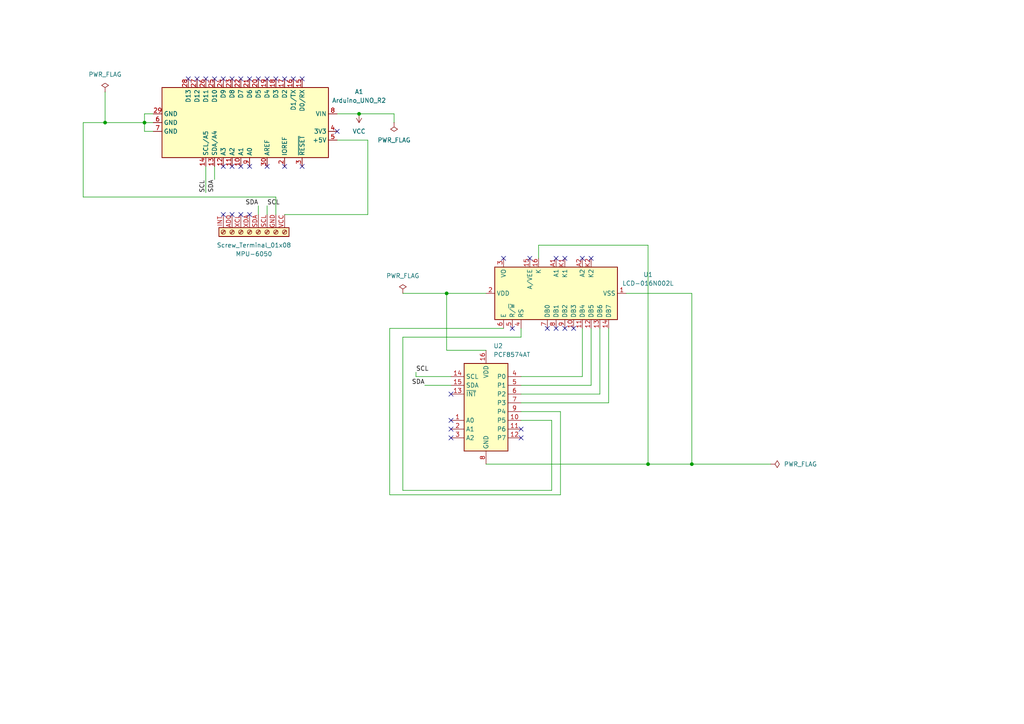
<source format=kicad_sch>
(kicad_sch (version 20250114) (generator "eeschema") (generator_version "9.0")
  (paper "A4")
  (lib_symbols
    (symbol "Connector:Screw_Terminal_01x08" (pin_names (offset 1.016) (hide yes))
      (property "Reference" "J1" (at 3.81 -1.27 90))
      (property "Value" "MPU-6050" (at 6.35 -1.27 90))
      (symbol "Screw_Terminal_01x08_1_1"
        (rectangle (start -1.27 8.89) (end 1.27 -11.43) (stroke (width 0.254)) (fill (type background)))
        (polyline (pts (xy -0.5334 7.9502) (xy 0.3302 7.112)) (stroke (width 0.1524)))
        (polyline (pts (xy -0.5334 5.4102) (xy 0.3302 4.572)) (stroke (width 0.1524)))
        (polyline (pts (xy -0.5334 2.8702) (xy 0.3302 2.032)) (stroke (width 0.1524)))
        (polyline (pts (xy -0.5334 0.3302) (xy 0.3302 -0.508)) (stroke (width 0.1524)))
        (polyline (pts (xy -0.5334 -2.2098) (xy 0.3302 -3.048)) (stroke (width 0.1524)))
        (polyline (pts (xy -0.5334 -4.7498) (xy 0.3302 -5.588)) (stroke (width 0.1524)))
        (polyline (pts (xy -0.5334 -7.2898) (xy 0.3302 -8.128)) (stroke (width 0.1524)))
        (polyline (pts (xy -0.5334 -9.8298) (xy 0.3302 -10.668)) (stroke (width 0.1524)))
        (polyline (pts (xy -0.3556 8.128) (xy 0.508 7.2898)) (stroke (width 0.1524)))
        (polyline (pts (xy -0.3556 5.588) (xy 0.508 4.7498)) (stroke (width 0.1524)))
        (polyline (pts (xy -0.3556 3.048) (xy 0.508 2.2098)) (stroke (width 0.1524)))
        (polyline (pts (xy -0.3556 0.508) (xy 0.508 -0.3302)) (stroke (width 0.1524)))
        (polyline (pts (xy -0.3556 -2.032) (xy 0.508 -2.8702)) (stroke (width 0.1524)))
        (polyline (pts (xy -0.3556 -4.572) (xy 0.508 -5.4102)) (stroke (width 0.1524)))
        (polyline (pts (xy -0.3556 -7.112) (xy 0.508 -7.9502)) (stroke (width 0.1524)))
        (polyline (pts (xy -0.3556 -9.652) (xy 0.508 -10.4902)) (stroke (width 0.1524)))
        (circle (center 0 7.62) (radius 0.635) (stroke (width 0.1524)))
        (circle (center 0 5.08) (radius 0.635) (stroke (width 0.1524)))
        (circle (center 0 2.54) (radius 0.635) (stroke (width 0.1524)))
        (circle (center 0 0) (radius 0.635) (stroke (width 0.1524)))
        (circle (center 0 -2.54) (radius 0.635) (stroke (width 0.1524)))
        (circle (center 0 -5.08) (radius 0.635) (stroke (width 0.1524)))
        (circle (center 0 -7.62) (radius 0.635) (stroke (width 0.1524)))
        (circle (center 0 -10.16) (radius 0.635) (stroke (width 0.1524)))
        (pin passive line (at -5.08 7.62 0) (length 3.81) (name "Pin_1") (number "VCC"))
        (pin passive line (at -5.08 5.08 0) (length 3.81) (name "Pin_2") (number "GND"))
        (pin passive line (at -5.08 2.54 0) (length 3.81) (name "Pin_3") (number "SCL"))
        (pin passive line (at -5.08 0 0) (length 3.81) (name "Pin_4") (number "SDA"))
        (pin passive line (at -5.08 -2.54 0) (length 3.81) (name "Pin_5") (number "XDA"))
        (pin passive line (at -5.08 -5.08 0) (length 3.81) (name "Pin_6") (number "XCL"))
        (pin passive line (at -5.08 -7.62 0) (length 3.81) (name "Pin_7") (number "AD0"))
        (pin passive line (at -5.08 -10.16 0) (length 3.81) (name "Pin_8") (number "INT"))
      )
    )
    (symbol "Display_Character:LCD-016N002L"
      (property "Reference" "U" (at -6.35 18.796 0))
      (property "Value" "LCD-016N002L" (at 8.636 18.796 0))
      (symbol "LCD-016N002L_1_1"
        (rectangle (start -7.62 17.78) (end 7.62 -17.78) (stroke (width 0.254)) (fill (type background)))
        (pin input line (at -10.16 15.24 0) (length 2.54) (name "E") (number "6"))
        (pin input line (at -10.16 12.7 0) (length 2.54) (name "R/~{W}") (number "5"))
        (pin input line (at -10.16 10.16 0) (length 2.54) (name "RS") (number "4"))
        (pin bidirectional line (at -10.16 2.54 0) (length 2.54) (name "DB0") (number "7"))
        (pin bidirectional line (at -10.16 0 0) (length 2.54) (name "DB1") (number "8"))
        (pin bidirectional line (at -10.16 -2.54 0) (length 2.54) (name "DB2") (number "9"))
        (pin bidirectional line (at -10.16 -5.08 0) (length 2.54) (name "DB3") (number "10"))
        (pin bidirectional line (at -10.16 -7.62 0) (length 2.54) (name "DB4") (number "11"))
        (pin bidirectional line (at -10.16 -10.16 0) (length 2.54) (name "DB5") (number "12"))
        (pin bidirectional line (at -10.16 -12.7 0) (length 2.54) (name "DB6") (number "13"))
        (pin bidirectional line (at -10.16 -15.24 0) (length 2.54) (name "DB7") (number "14"))
        (pin power_in line (at 0 20.32 270) (length 2.54) (name "VDD") (number "2"))
        (pin power_in line (at 0 -20.32 90) (length 2.54) (name "VSS") (number "1"))
        (pin input line (at 10.16 15.24 180) (length 2.54) (name "VO") (number "3"))
        (pin power_in line (at 10.16 7.62 180) (length 2.54) (name "A/VEE") (number "15"))
        (pin power_in line (at 10.16 5.08 180) (length 2.54) (name "K") (number "16"))
        (pin power_in line (at 10.16 0 180) (length 2.54) (name "A1") (number "A1"))
        (pin power_in line (at 10.16 -2.54 180) (length 2.54) (name "K1") (number "K1"))
        (pin power_in line (at 10.16 -7.62 180) (length 2.54) (name "A2") (number "A2"))
        (pin power_in line (at 10.16 -10.16 180) (length 2.54) (name "K2") (number "K2"))
      )
    )
    (symbol "Interface_Expansion:PCF8574AT"
      (property "Reference" "U" (at -6.35 12.954 0))
      (property "Value" "PCF8574AT" (at 3.048 12.954 0))
      (symbol "PCF8574AT_0_1"
        (rectangle (start -6.35 -13.97) (end 6.35 11.43) (stroke (width 0.254)) (fill (type background)))
      )
      (symbol "PCF8574AT_1_1"
        (pin input line (at -10.16 7.62 0) (length 3.81) (name "SCL") (number "14"))
        (pin bidirectional line (at -10.16 5.08 0) (length 3.81) (name "SDA") (number "15"))
        (pin open_collector line (at -10.16 2.54 0) (length 3.81) (name "~{INT}") (number "13"))
        (pin input line (at -10.16 -5.08 0) (length 3.81) (name "A0") (number "1"))
        (pin input line (at -10.16 -7.62 0) (length 3.81) (name "A1") (number "2"))
        (pin input line (at -10.16 -10.16 0) (length 3.81) (name "A2") (number "3"))
        (pin power_in line (at 0 15.24 270) (length 3.81) (name "VDD") (number "16"))
        (pin power_in line (at 0 -17.78 90) (length 3.81) (name "GND") (number "8"))
        (pin bidirectional line (at 10.16 7.62 180) (length 3.81) (name "P0") (number "4"))
        (pin bidirectional line (at 10.16 5.08 180) (length 3.81) (name "P1") (number "5"))
        (pin bidirectional line (at 10.16 2.54 180) (length 3.81) (name "P2") (number "6"))
        (pin bidirectional line (at 10.16 0 180) (length 3.81) (name "P3") (number "7"))
        (pin bidirectional line (at 10.16 -2.54 180) (length 3.81) (name "P4") (number "9"))
        (pin bidirectional line (at 10.16 -5.08 180) (length 3.81) (name "P5") (number "10"))
        (pin bidirectional line (at 10.16 -7.62 180) (length 3.81) (name "P6") (number "11"))
        (pin bidirectional line (at 10.16 -10.16 180) (length 3.81) (name "P7") (number "12"))
      )
    )
    (symbol "MCU_Module:Arduino_UNO_R2"
      (property "Reference" "A" (at -10.16 23.495 0))
      (property "Value" "Arduino_UNO_R2" (at 5.08 -26.67 0))
      (symbol "Arduino_UNO_R2_0_1"
        (rectangle (start -10.16 22.86) (end 10.16 -25.4) (stroke (width 0.254)) (fill (type background)))
      )
      (symbol "Arduino_UNO_R2_1_1"
        (pin bidirectional line (at -12.7 15.24 0) (length 2.54) (name "D0/RX") (number "15"))
        (pin bidirectional line (at -12.7 12.7 0) (length 2.54) (name "D1/TX") (number "16"))
        (pin bidirectional line (at -12.7 10.16 0) (length 2.54) (name "D2") (number "17"))
        (pin bidirectional line (at -12.7 7.62 0) (length 2.54) (name "D3") (number "18"))
        (pin bidirectional line (at -12.7 5.08 0) (length 2.54) (name "D4") (number "19"))
        (pin bidirectional line (at -12.7 2.54 0) (length 2.54) (name "D5") (number "20"))
        (pin bidirectional line (at -12.7 0 0) (length 2.54) (name "D6") (number "21"))
        (pin bidirectional line (at -12.7 -2.54 0) (length 2.54) (name "D7") (number "22"))
        (pin bidirectional line (at -12.7 -5.08 0) (length 2.54) (name "D8") (number "23"))
        (pin bidirectional line (at -12.7 -7.62 0) (length 2.54) (name "D9") (number "24"))
        (pin bidirectional line (at -12.7 -10.16 0) (length 2.54) (name "D10") (number "25"))
        (pin bidirectional line (at -12.7 -12.7 0) (length 2.54) (name "D11") (number "26"))
        (pin bidirectional line (at -12.7 -15.24 0) (length 2.54) (name "D12") (number "27"))
        (pin bidirectional line (at -12.7 -17.78 0) (length 2.54) (name "D13") (number "28"))
        (pin no_connect line (at -10.16 -20.32 0) (length 2.54) (hide yes) (name "NC") (number "1"))
        (pin power_in line (at -2.54 25.4 270) (length 2.54) (name "VIN") (number "8"))
        (pin power_in line (at -2.54 -27.94 90) (length 2.54) (name "GND") (number "29"))
        (pin power_in line (at 0 -27.94 90) (length 2.54) (name "GND") (number "6"))
        (pin power_out line (at 2.54 25.4 270) (length 2.54) (name "3V3") (number "4"))
        (pin power_in line (at 2.54 -27.94 90) (length 2.54) (name "GND") (number "7"))
        (pin power_out line (at 5.08 25.4 270) (length 2.54) (name "+5V") (number "5"))
        (pin input line (at 12.7 15.24 180) (length 2.54) (name "~{RESET}") (number "3"))
        (pin output line (at 12.7 10.16 180) (length 2.54) (name "IOREF") (number "2"))
        (pin input line (at 12.7 5.08 180) (length 2.54) (name "AREF") (number "30"))
        (pin bidirectional line (at 12.7 0 180) (length 2.54) (name "A0") (number "9"))
        (pin bidirectional line (at 12.7 -2.54 180) (length 2.54) (name "A1") (number "10"))
        (pin bidirectional line (at 12.7 -5.08 180) (length 2.54) (name "A2") (number "11"))
        (pin bidirectional line (at 12.7 -7.62 180) (length 2.54) (name "A3") (number "12"))
        (pin bidirectional line (at 12.7 -10.16 180) (length 2.54) (name "SDA/A4") (number "13"))
        (pin bidirectional line (at 12.7 -12.7 180) (length 2.54) (name "SCL/A5") (number "14"))
      )
    )
    (symbol "power:PWR_FLAG" (power) (pin_numbers (hide yes)) (pin_names (offset 0) (hide yes))
      (property "Value" "PWR_FLAG" (at 0 3.81 0))
      (symbol "PWR_FLAG_0_0"
        (pin power_out line (at 0 0 90) (length 0) (name "~") (number "1"))
      )
      (symbol "PWR_FLAG_0_1"
        (polyline (pts (xy 0 0) (xy 0 1.27) (xy -1.016 1.905) (xy 0 2.54) (xy 1.016 1.905) (xy 0 1.27)))
      )
    )
    (symbol "power:VCC" (power) (pin_numbers (hide yes)) (pin_names (offset 0) (hide yes))
      (property "Value" "VCC" (at 0 3.556 0))
      (symbol "VCC_0_1"
        (polyline (pts (xy -0.762 1.27) (xy 0 2.54)))
        (polyline (pts (xy 0 2.54) (xy 0.762 1.27)))
        (polyline (pts (xy 0 0) (xy 0 2.54)))
      )
      (symbol "VCC_1_1"
        (pin power_in line (at 0 0 90) (length 0) (name "~") (number "1"))
      )
    )
  )
  (junction (at 200.66 134.62))
  (junction (at 30.48 35.56))
  (junction (at 187.96 134.62))
  (junction (at 104.14 33.02))
  (junction (at 129.54 85.09))
  (junction (at 41.91 35.56))
  (no_connect (at 146.05 74.93))
  (no_connect (at 77.47 48.26))
  (no_connect (at 85.09 22.86))
  (no_connect (at 151.13 124.46))
  (no_connect (at 64.77 22.86))
  (no_connect (at 67.31 22.86))
  (no_connect (at 151.13 127))
  (no_connect (at 69.85 48.26))
  (no_connect (at 161.29 95.25))
  (no_connect (at 166.37 95.25))
  (no_connect (at 77.47 22.86))
  (no_connect (at 74.93 22.86))
  (no_connect (at 80.01 22.86))
  (no_connect (at 148.59 95.25))
  (no_connect (at 69.85 22.86))
  (no_connect (at 82.55 48.26))
  (no_connect (at 130.81 127))
  (no_connect (at 64.77 48.26))
  (no_connect (at 72.39 22.86))
  (no_connect (at 82.55 22.86))
  (no_connect (at 87.63 48.26))
  (no_connect (at 158.75 95.25))
  (no_connect (at 69.85 62.23))
  (no_connect (at 153.67 74.93))
  (no_connect (at 130.81 121.92))
  (no_connect (at 67.31 48.26))
  (no_connect (at 130.81 124.46))
  (no_connect (at 130.81 114.3))
  (no_connect (at 163.83 74.93))
  (no_connect (at 54.61 22.86))
  (no_connect (at 57.15 22.86))
  (no_connect (at 72.39 62.23))
  (no_connect (at 62.23 22.86))
  (no_connect (at 64.77 62.23))
  (no_connect (at 97.79 38.1))
  (no_connect (at 72.39 48.26))
  (no_connect (at 87.63 22.86))
  (no_connect (at 168.91 74.93))
  (no_connect (at 59.69 22.86))
  (no_connect (at 163.83 95.25))
  (no_connect (at 161.29 74.93))
  (no_connect (at 171.45 74.93))
  (no_connect (at 67.31 62.23))
  (wire (pts (xy 200.66 134.62) (xy 223.52 134.62)))
  (wire (pts (xy 41.91 35.56) (xy 30.48 35.56)))
  (wire (pts (xy 171.45 111.76) (xy 151.13 111.76)))
  (wire (pts (xy 41.91 38.1) (xy 41.91 35.56)))
  (wire (pts (xy 97.79 40.64) (xy 106.68 40.64)))
  (wire (pts (xy 106.68 62.23) (xy 82.55 62.23)))
  (wire (pts (xy 200.66 85.09) (xy 200.66 134.62)))
  (wire (pts (xy 80.01 57.15) (xy 80.01 62.23)))
  (wire (pts (xy 116.84 97.79) (xy 116.84 142.24)))
  (wire (pts (xy 173.99 114.3) (xy 151.13 114.3)))
  (wire (pts (xy 44.45 35.56) (xy 41.91 35.56)))
  (wire (pts (xy 130.81 109.22) (xy 120.65 109.22)))
  (wire (pts (xy 187.96 134.62) (xy 140.97 134.62)))
  (wire (pts (xy 62.23 48.26) (xy 62.23 52.07)))
  (wire (pts (xy 97.79 33.02) (xy 104.14 33.02)))
  (wire (pts (xy 123.19 111.76) (xy 130.81 111.76)))
  (wire (pts (xy 156.21 71.12) (xy 187.96 71.12)))
  (wire (pts (xy 181.61 85.09) (xy 200.66 85.09)))
  (wire (pts (xy 77.47 59.69) (xy 77.47 62.23)))
  (wire (pts (xy 113.03 143.51) (xy 162.56 143.51)))
  (wire (pts (xy 74.93 59.69) (xy 74.93 62.23)))
  (wire (pts (xy 173.99 95.25) (xy 173.99 114.3)))
  (wire (pts (xy 160.02 121.92) (xy 151.13 121.92)))
  (wire (pts (xy 151.13 97.79) (xy 116.84 97.79)))
  (wire (pts (xy 140.97 85.09) (xy 129.54 85.09)))
  (wire (pts (xy 176.53 95.25) (xy 176.53 116.84)))
  (wire (pts (xy 160.02 142.24) (xy 160.02 121.92)))
  (wire (pts (xy 114.3 33.02) (xy 104.14 33.02)))
  (wire (pts (xy 200.66 134.62) (xy 187.96 134.62)))
  (wire (pts (xy 44.45 38.1) (xy 41.91 38.1)))
  (wire (pts (xy 162.56 143.51) (xy 162.56 119.38)))
  (wire (pts (xy 151.13 109.22) (xy 168.91 109.22)))
  (wire (pts (xy 41.91 33.02) (xy 41.91 35.56)))
  (wire (pts (xy 24.13 57.15) (xy 80.01 57.15)))
  (wire (pts (xy 146.05 95.25) (xy 113.03 95.25)))
  (wire (pts (xy 116.84 85.09) (xy 129.54 85.09)))
  (wire (pts (xy 156.21 74.93) (xy 156.21 71.12)))
  (wire (pts (xy 187.96 71.12) (xy 187.96 134.62)))
  (wire (pts (xy 151.13 95.25) (xy 151.13 97.79)))
  (wire (pts (xy 24.13 35.56) (xy 24.13 57.15)))
  (wire (pts (xy 113.03 95.25) (xy 113.03 143.51)))
  (wire (pts (xy 176.53 116.84) (xy 151.13 116.84)))
  (wire (pts (xy 129.54 101.6) (xy 140.97 101.6)))
  (wire (pts (xy 106.68 40.64) (xy 106.68 62.23)))
  (wire (pts (xy 114.3 35.56) (xy 114.3 33.02)))
  (wire (pts (xy 59.69 55.88) (xy 59.69 48.26)))
  (wire (pts (xy 30.48 26.67) (xy 30.48 35.56)))
  (wire (pts (xy 162.56 119.38) (xy 151.13 119.38)))
  (wire (pts (xy 116.84 142.24) (xy 160.02 142.24)))
  (wire (pts (xy 30.48 35.56) (xy 24.13 35.56)))
  (wire (pts (xy 168.91 109.22) (xy 168.91 95.25)))
  (wire (pts (xy 44.45 33.02) (xy 41.91 33.02)))
  (wire (pts (xy 129.54 85.09) (xy 129.54 101.6)))
  (wire (pts (xy 171.45 95.25) (xy 171.45 111.76)))
  (wire (pts (xy 120.65 109.22) (xy 120.65 107.95)))
  (label "SDA" (at 62.23 52.07 270))
  (label "SDA" (at 74.93 59.69 180))
  (label "SCL" (at 77.47 59.69 0))
  (label "SDA" (at 123.19 111.76 180))
  (label "SCL" (at 59.69 55.88 90))
  (label "SCL" (at 120.65 107.95 0))
  (symbol (lib_id "power:VCC") (at 104.14 33.02 180) (unit 1)
    (property "Reference" "#PWR01" (effects (hide yes)))
    (property "Value" "VCC" (at 104.14 38.1 0))
    (property "Description" "Power symbol creates a global label with name \"VCC\"" (effects (hide yes)))
  )
  (symbol (lib_id "power:PWR_FLAG") (at 30.48 26.67 0) (unit 1)
    (property "Reference" "#FLG01" (effects (hide yes)))
    (property "Value" "PWR_FLAG" (at 30.48 21.59 0))
    (property "Description" "Special symbol for telling ERC where power comes from" (effects (hide yes)))
  )
  (symbol (lib_id "power:PWR_FLAG") (at 114.3 35.56 180) (unit 1)
    (property "Reference" "#FLG04" (effects (hide yes)))
    (property "Value" "PWR_FLAG" (at 114.3 40.64 0))
    (property "Description" "Special symbol for telling ERC where power comes from" (effects (hide yes)))
  )
  (symbol (lib_id "power:PWR_FLAG") (at 116.84 85.09 0) (unit 1)
    (property "Reference" "#FLG03" (effects (hide yes)))
    (property "Value" "PWR_FLAG" (at 116.84 80.01 0))
    (property "Description" "Special symbol for telling ERC where power comes from" (effects (hide yes)))
  )
  (symbol (lib_id "MCU_Module:Arduino_UNO_R2") (at 72.39 35.56 270) (unit 1)
    (property "Reference" "A1" (at 104.14 26.5998 90))
    (property "Value" "Arduino_UNO_R2" (at 104.14 29.1398 90))
    (property "Footprint" "Module:Arduino_UNO_R2" (effects (hide yes)))
    (property "Datasheet" "https://www.arduino.cc/en/Main/arduinoBoardUno" (effects (hide yes)))
    (property "Description" "Arduino UNO Microcontroller Module, release 2" (effects (hide yes)))
  )
  (symbol (lib_id "power:PWR_FLAG") (at 223.52 134.62 270) (unit 1)
    (property "Reference" "#FLG02" (effects (hide yes)))
    (property "Value" "PWR_FLAG" (at 227.33 134.6199 90) (effects (justify left)))
    (property "Description" "Special symbol for telling ERC where power comes from" (effects (hide yes)))
  )
  (symbol (lib_id "Display_Character:LCD-016N002L") (at 161.29 85.09 90) (unit 1)
    (property "Reference" "U1" (at 187.96 79.6446 90))
    (property "Value" "LCD-016N002L" (at 187.96 82.1846 90))
    (property "Footprint" "Display:LCD-016N002L" (effects (hide yes)))
    (property "Datasheet" "http://www.vishay.com/docs/37299/37299.pdf" (effects (hide yes)))
    (property "Description" "LCD 12x2, 8 bit parallel bus, 3V or 5V VDD" (effects (hide yes)))
  )
  (symbol (lib_id "Connector:Screw_Terminal_01x08") (at 74.93 67.31 270) (unit 1)
    (property "Reference" "Screw_Terminal_01x08" (at 73.66 71.12 90))
    (property "Value" "MPU-6050" (at 73.66 73.66 90))
    (property "Description" "Generic screw terminal, single row, 01x08, script generated (kicad-library-utils/schlib/autogen/connector/)" (effects (hide yes)))
  )
  (symbol (lib_id "Interface_Expansion:PCF8574AT") (at 140.97 116.84 0) (unit 1)
    (property "Reference" "U2" (at 143.1133 100.33 0) (effects (justify left)))
    (property "Value" "PCF8574AT" (at 143.1133 102.87 0) (effects (justify left)))
    (property "Footprint" "Package_SO:SOIC-16W_7.5x10.3mm_P1.27mm" (effects (hide yes)))
    (property "Datasheet" "http://www.nxp.com/docs/en/data-sheet/PCF8574_PCF8574A.pdf" (effects (hide yes)))
    (property "Description" "8 Bit Port/Expander to I2C Bus, fixed address bits 0b0111, SOIC-16" (effects (hide yes)))
  )
)
</source>
